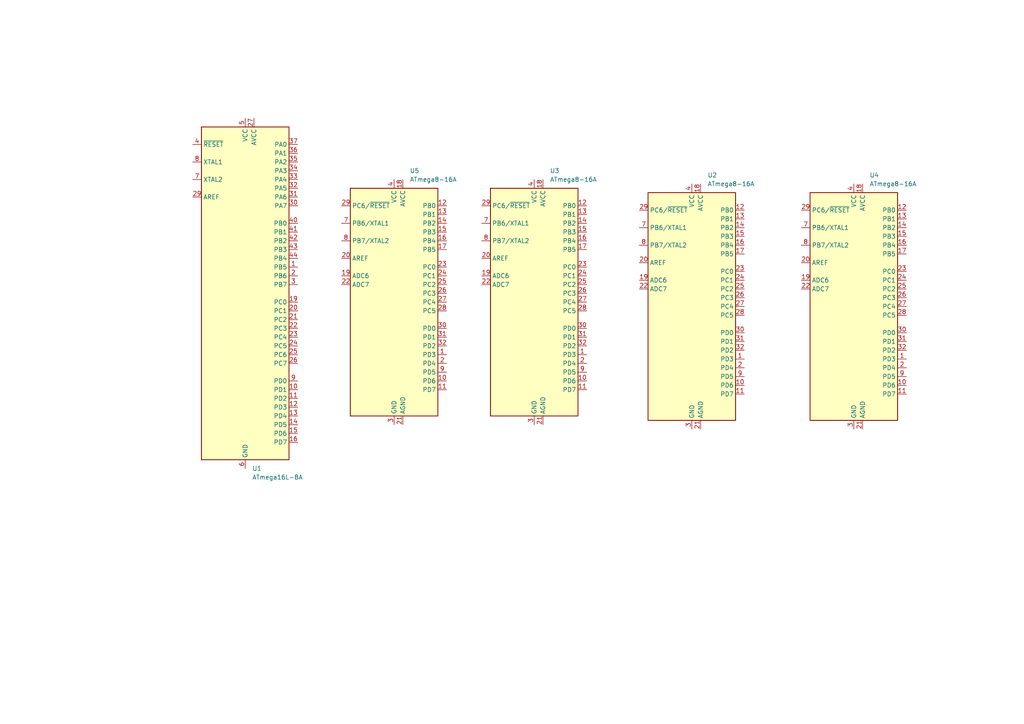
<source format=kicad_sch>
(kicad_sch (version 20211123) (generator eeschema)

  (uuid 930c235e-6286-47f1-a4ca-13457566c0e5)

  (paper "A4")

  (lib_symbols
    (symbol "MCU_Microchip_ATmega:ATmega16L-8A" (in_bom yes) (on_board yes)
      (property "Reference" "U" (id 0) (at -12.7 49.53 0)
        (effects (font (size 1.27 1.27)) (justify left bottom))
      )
      (property "Value" "ATmega16L-8A" (id 1) (at 2.54 -49.53 0)
        (effects (font (size 1.27 1.27)) (justify left top))
      )
      (property "Footprint" "Package_QFP:TQFP-44_10x10mm_P0.8mm" (id 2) (at 0 0 0)
        (effects (font (size 1.27 1.27) italic) hide)
      )
      (property "Datasheet" "http://ww1.microchip.com/downloads/en/DeviceDoc/doc2466.pdf" (id 3) (at 0 0 0)
        (effects (font (size 1.27 1.27)) hide)
      )
      (property "ki_keywords" "AVR 8bit Microcontroller MegaAVR" (id 4) (at 0 0 0)
        (effects (font (size 1.27 1.27)) hide)
      )
      (property "ki_description" "8MHz, 16kB Flash, 1kB SRAM, 512B EEPROM, JTAG, TQFP-44" (id 5) (at 0 0 0)
        (effects (font (size 1.27 1.27)) hide)
      )
      (property "ki_fp_filters" "TQFP*10x10mm*P0.8mm*" (id 6) (at 0 0 0)
        (effects (font (size 1.27 1.27)) hide)
      )
      (symbol "ATmega16L-8A_0_1"
        (rectangle (start -12.7 -48.26) (end 12.7 48.26)
          (stroke (width 0.254) (type default) (color 0 0 0 0))
          (fill (type background))
        )
      )
      (symbol "ATmega16L-8A_1_1"
        (pin bidirectional line (at 15.24 7.62 180) (length 2.54)
          (name "PB5" (effects (font (size 1.27 1.27))))
          (number "1" (effects (font (size 1.27 1.27))))
        )
        (pin bidirectional line (at 15.24 -27.94 180) (length 2.54)
          (name "PD1" (effects (font (size 1.27 1.27))))
          (number "10" (effects (font (size 1.27 1.27))))
        )
        (pin bidirectional line (at 15.24 -30.48 180) (length 2.54)
          (name "PD2" (effects (font (size 1.27 1.27))))
          (number "11" (effects (font (size 1.27 1.27))))
        )
        (pin bidirectional line (at 15.24 -33.02 180) (length 2.54)
          (name "PD3" (effects (font (size 1.27 1.27))))
          (number "12" (effects (font (size 1.27 1.27))))
        )
        (pin bidirectional line (at 15.24 -35.56 180) (length 2.54)
          (name "PD4" (effects (font (size 1.27 1.27))))
          (number "13" (effects (font (size 1.27 1.27))))
        )
        (pin bidirectional line (at 15.24 -38.1 180) (length 2.54)
          (name "PD5" (effects (font (size 1.27 1.27))))
          (number "14" (effects (font (size 1.27 1.27))))
        )
        (pin bidirectional line (at 15.24 -40.64 180) (length 2.54)
          (name "PD6" (effects (font (size 1.27 1.27))))
          (number "15" (effects (font (size 1.27 1.27))))
        )
        (pin bidirectional line (at 15.24 -43.18 180) (length 2.54)
          (name "PD7" (effects (font (size 1.27 1.27))))
          (number "16" (effects (font (size 1.27 1.27))))
        )
        (pin passive line (at 0 50.8 270) (length 2.54) hide
          (name "VCC" (effects (font (size 1.27 1.27))))
          (number "17" (effects (font (size 1.27 1.27))))
        )
        (pin passive line (at 0 -50.8 90) (length 2.54) hide
          (name "GND" (effects (font (size 1.27 1.27))))
          (number "18" (effects (font (size 1.27 1.27))))
        )
        (pin bidirectional line (at 15.24 -2.54 180) (length 2.54)
          (name "PC0" (effects (font (size 1.27 1.27))))
          (number "19" (effects (font (size 1.27 1.27))))
        )
        (pin bidirectional line (at 15.24 5.08 180) (length 2.54)
          (name "PB6" (effects (font (size 1.27 1.27))))
          (number "2" (effects (font (size 1.27 1.27))))
        )
        (pin bidirectional line (at 15.24 -5.08 180) (length 2.54)
          (name "PC1" (effects (font (size 1.27 1.27))))
          (number "20" (effects (font (size 1.27 1.27))))
        )
        (pin bidirectional line (at 15.24 -7.62 180) (length 2.54)
          (name "PC2" (effects (font (size 1.27 1.27))))
          (number "21" (effects (font (size 1.27 1.27))))
        )
        (pin bidirectional line (at 15.24 -10.16 180) (length 2.54)
          (name "PC3" (effects (font (size 1.27 1.27))))
          (number "22" (effects (font (size 1.27 1.27))))
        )
        (pin bidirectional line (at 15.24 -12.7 180) (length 2.54)
          (name "PC4" (effects (font (size 1.27 1.27))))
          (number "23" (effects (font (size 1.27 1.27))))
        )
        (pin bidirectional line (at 15.24 -15.24 180) (length 2.54)
          (name "PC5" (effects (font (size 1.27 1.27))))
          (number "24" (effects (font (size 1.27 1.27))))
        )
        (pin bidirectional line (at 15.24 -17.78 180) (length 2.54)
          (name "PC6" (effects (font (size 1.27 1.27))))
          (number "25" (effects (font (size 1.27 1.27))))
        )
        (pin bidirectional line (at 15.24 -20.32 180) (length 2.54)
          (name "PC7" (effects (font (size 1.27 1.27))))
          (number "26" (effects (font (size 1.27 1.27))))
        )
        (pin power_in line (at 2.54 50.8 270) (length 2.54)
          (name "AVCC" (effects (font (size 1.27 1.27))))
          (number "27" (effects (font (size 1.27 1.27))))
        )
        (pin passive line (at 0 -50.8 90) (length 2.54) hide
          (name "GND" (effects (font (size 1.27 1.27))))
          (number "28" (effects (font (size 1.27 1.27))))
        )
        (pin passive line (at -15.24 27.94 0) (length 2.54)
          (name "AREF" (effects (font (size 1.27 1.27))))
          (number "29" (effects (font (size 1.27 1.27))))
        )
        (pin bidirectional line (at 15.24 2.54 180) (length 2.54)
          (name "PB7" (effects (font (size 1.27 1.27))))
          (number "3" (effects (font (size 1.27 1.27))))
        )
        (pin bidirectional line (at 15.24 25.4 180) (length 2.54)
          (name "PA7" (effects (font (size 1.27 1.27))))
          (number "30" (effects (font (size 1.27 1.27))))
        )
        (pin bidirectional line (at 15.24 27.94 180) (length 2.54)
          (name "PA6" (effects (font (size 1.27 1.27))))
          (number "31" (effects (font (size 1.27 1.27))))
        )
        (pin bidirectional line (at 15.24 30.48 180) (length 2.54)
          (name "PA5" (effects (font (size 1.27 1.27))))
          (number "32" (effects (font (size 1.27 1.27))))
        )
        (pin bidirectional line (at 15.24 33.02 180) (length 2.54)
          (name "PA4" (effects (font (size 1.27 1.27))))
          (number "33" (effects (font (size 1.27 1.27))))
        )
        (pin bidirectional line (at 15.24 35.56 180) (length 2.54)
          (name "PA3" (effects (font (size 1.27 1.27))))
          (number "34" (effects (font (size 1.27 1.27))))
        )
        (pin bidirectional line (at 15.24 38.1 180) (length 2.54)
          (name "PA2" (effects (font (size 1.27 1.27))))
          (number "35" (effects (font (size 1.27 1.27))))
        )
        (pin bidirectional line (at 15.24 40.64 180) (length 2.54)
          (name "PA1" (effects (font (size 1.27 1.27))))
          (number "36" (effects (font (size 1.27 1.27))))
        )
        (pin bidirectional line (at 15.24 43.18 180) (length 2.54)
          (name "PA0" (effects (font (size 1.27 1.27))))
          (number "37" (effects (font (size 1.27 1.27))))
        )
        (pin passive line (at 0 50.8 270) (length 2.54) hide
          (name "VCC" (effects (font (size 1.27 1.27))))
          (number "38" (effects (font (size 1.27 1.27))))
        )
        (pin passive line (at 0 -50.8 90) (length 2.54) hide
          (name "GND" (effects (font (size 1.27 1.27))))
          (number "39" (effects (font (size 1.27 1.27))))
        )
        (pin input line (at -15.24 43.18 0) (length 2.54)
          (name "~{RESET}" (effects (font (size 1.27 1.27))))
          (number "4" (effects (font (size 1.27 1.27))))
        )
        (pin bidirectional line (at 15.24 20.32 180) (length 2.54)
          (name "PB0" (effects (font (size 1.27 1.27))))
          (number "40" (effects (font (size 1.27 1.27))))
        )
        (pin bidirectional line (at 15.24 17.78 180) (length 2.54)
          (name "PB1" (effects (font (size 1.27 1.27))))
          (number "41" (effects (font (size 1.27 1.27))))
        )
        (pin bidirectional line (at 15.24 15.24 180) (length 2.54)
          (name "PB2" (effects (font (size 1.27 1.27))))
          (number "42" (effects (font (size 1.27 1.27))))
        )
        (pin bidirectional line (at 15.24 12.7 180) (length 2.54)
          (name "PB3" (effects (font (size 1.27 1.27))))
          (number "43" (effects (font (size 1.27 1.27))))
        )
        (pin bidirectional line (at 15.24 10.16 180) (length 2.54)
          (name "PB4" (effects (font (size 1.27 1.27))))
          (number "44" (effects (font (size 1.27 1.27))))
        )
        (pin power_in line (at 0 50.8 270) (length 2.54)
          (name "VCC" (effects (font (size 1.27 1.27))))
          (number "5" (effects (font (size 1.27 1.27))))
        )
        (pin power_in line (at 0 -50.8 90) (length 2.54)
          (name "GND" (effects (font (size 1.27 1.27))))
          (number "6" (effects (font (size 1.27 1.27))))
        )
        (pin output line (at -15.24 33.02 0) (length 2.54)
          (name "XTAL2" (effects (font (size 1.27 1.27))))
          (number "7" (effects (font (size 1.27 1.27))))
        )
        (pin input line (at -15.24 38.1 0) (length 2.54)
          (name "XTAL1" (effects (font (size 1.27 1.27))))
          (number "8" (effects (font (size 1.27 1.27))))
        )
        (pin bidirectional line (at 15.24 -25.4 180) (length 2.54)
          (name "PD0" (effects (font (size 1.27 1.27))))
          (number "9" (effects (font (size 1.27 1.27))))
        )
      )
    )
    (symbol "MCU_Microchip_ATmega:ATmega8-16A" (in_bom yes) (on_board yes)
      (property "Reference" "U" (id 0) (at -12.7 34.29 0)
        (effects (font (size 1.27 1.27)) (justify left bottom))
      )
      (property "Value" "ATmega8-16A" (id 1) (at 5.08 -34.29 0)
        (effects (font (size 1.27 1.27)) (justify left top))
      )
      (property "Footprint" "Package_QFP:TQFP-32_7x7mm_P0.8mm" (id 2) (at 0 0 0)
        (effects (font (size 1.27 1.27) italic) hide)
      )
      (property "Datasheet" "http://ww1.microchip.com/downloads/en/DeviceDoc/atmel-2486-8-bit-avr-microcontroller-atmega8_l_datasheet.pdf" (id 3) (at 0 0 0)
        (effects (font (size 1.27 1.27)) hide)
      )
      (property "ki_keywords" "AVR 8bit Microcontroller MegaAVR" (id 4) (at 0 0 0)
        (effects (font (size 1.27 1.27)) hide)
      )
      (property "ki_description" "16MHz, 8kB Flash, 1kB SRAM, 512B EEPROM, TQFP-32" (id 5) (at 0 0 0)
        (effects (font (size 1.27 1.27)) hide)
      )
      (property "ki_fp_filters" "TQFP*7x7mm*P0.8mm*" (id 6) (at 0 0 0)
        (effects (font (size 1.27 1.27)) hide)
      )
      (symbol "ATmega8-16A_0_1"
        (rectangle (start -12.7 -33.02) (end 12.7 33.02)
          (stroke (width 0.254) (type default) (color 0 0 0 0))
          (fill (type background))
        )
      )
      (symbol "ATmega8-16A_1_1"
        (pin bidirectional line (at 15.24 -15.24 180) (length 2.54)
          (name "PD3" (effects (font (size 1.27 1.27))))
          (number "1" (effects (font (size 1.27 1.27))))
        )
        (pin bidirectional line (at 15.24 -22.86 180) (length 2.54)
          (name "PD6" (effects (font (size 1.27 1.27))))
          (number "10" (effects (font (size 1.27 1.27))))
        )
        (pin bidirectional line (at 15.24 -25.4 180) (length 2.54)
          (name "PD7" (effects (font (size 1.27 1.27))))
          (number "11" (effects (font (size 1.27 1.27))))
        )
        (pin bidirectional line (at 15.24 27.94 180) (length 2.54)
          (name "PB0" (effects (font (size 1.27 1.27))))
          (number "12" (effects (font (size 1.27 1.27))))
        )
        (pin bidirectional line (at 15.24 25.4 180) (length 2.54)
          (name "PB1" (effects (font (size 1.27 1.27))))
          (number "13" (effects (font (size 1.27 1.27))))
        )
        (pin bidirectional line (at 15.24 22.86 180) (length 2.54)
          (name "PB2" (effects (font (size 1.27 1.27))))
          (number "14" (effects (font (size 1.27 1.27))))
        )
        (pin bidirectional line (at 15.24 20.32 180) (length 2.54)
          (name "PB3" (effects (font (size 1.27 1.27))))
          (number "15" (effects (font (size 1.27 1.27))))
        )
        (pin bidirectional line (at 15.24 17.78 180) (length 2.54)
          (name "PB4" (effects (font (size 1.27 1.27))))
          (number "16" (effects (font (size 1.27 1.27))))
        )
        (pin bidirectional line (at 15.24 15.24 180) (length 2.54)
          (name "PB5" (effects (font (size 1.27 1.27))))
          (number "17" (effects (font (size 1.27 1.27))))
        )
        (pin power_in line (at 2.54 35.56 270) (length 2.54)
          (name "AVCC" (effects (font (size 1.27 1.27))))
          (number "18" (effects (font (size 1.27 1.27))))
        )
        (pin input line (at -15.24 7.62 0) (length 2.54)
          (name "ADC6" (effects (font (size 1.27 1.27))))
          (number "19" (effects (font (size 1.27 1.27))))
        )
        (pin bidirectional line (at 15.24 -17.78 180) (length 2.54)
          (name "PD4" (effects (font (size 1.27 1.27))))
          (number "2" (effects (font (size 1.27 1.27))))
        )
        (pin passive line (at -15.24 12.7 0) (length 2.54)
          (name "AREF" (effects (font (size 1.27 1.27))))
          (number "20" (effects (font (size 1.27 1.27))))
        )
        (pin power_in line (at 2.54 -35.56 90) (length 2.54)
          (name "AGND" (effects (font (size 1.27 1.27))))
          (number "21" (effects (font (size 1.27 1.27))))
        )
        (pin input line (at -15.24 5.08 0) (length 2.54)
          (name "ADC7" (effects (font (size 1.27 1.27))))
          (number "22" (effects (font (size 1.27 1.27))))
        )
        (pin bidirectional line (at 15.24 10.16 180) (length 2.54)
          (name "PC0" (effects (font (size 1.27 1.27))))
          (number "23" (effects (font (size 1.27 1.27))))
        )
        (pin bidirectional line (at 15.24 7.62 180) (length 2.54)
          (name "PC1" (effects (font (size 1.27 1.27))))
          (number "24" (effects (font (size 1.27 1.27))))
        )
        (pin bidirectional line (at 15.24 5.08 180) (length 2.54)
          (name "PC2" (effects (font (size 1.27 1.27))))
          (number "25" (effects (font (size 1.27 1.27))))
        )
        (pin bidirectional line (at 15.24 2.54 180) (length 2.54)
          (name "PC3" (effects (font (size 1.27 1.27))))
          (number "26" (effects (font (size 1.27 1.27))))
        )
        (pin bidirectional line (at 15.24 0 180) (length 2.54)
          (name "PC4" (effects (font (size 1.27 1.27))))
          (number "27" (effects (font (size 1.27 1.27))))
        )
        (pin bidirectional line (at 15.24 -2.54 180) (length 2.54)
          (name "PC5" (effects (font (size 1.27 1.27))))
          (number "28" (effects (font (size 1.27 1.27))))
        )
        (pin bidirectional line (at -15.24 27.94 0) (length 2.54)
          (name "PC6/~{RESET}" (effects (font (size 1.27 1.27))))
          (number "29" (effects (font (size 1.27 1.27))))
        )
        (pin power_in line (at 0 -35.56 90) (length 2.54)
          (name "GND" (effects (font (size 1.27 1.27))))
          (number "3" (effects (font (size 1.27 1.27))))
        )
        (pin bidirectional line (at 15.24 -7.62 180) (length 2.54)
          (name "PD0" (effects (font (size 1.27 1.27))))
          (number "30" (effects (font (size 1.27 1.27))))
        )
        (pin bidirectional line (at 15.24 -10.16 180) (length 2.54)
          (name "PD1" (effects (font (size 1.27 1.27))))
          (number "31" (effects (font (size 1.27 1.27))))
        )
        (pin bidirectional line (at 15.24 -12.7 180) (length 2.54)
          (name "PD2" (effects (font (size 1.27 1.27))))
          (number "32" (effects (font (size 1.27 1.27))))
        )
        (pin power_in line (at 0 35.56 270) (length 2.54)
          (name "VCC" (effects (font (size 1.27 1.27))))
          (number "4" (effects (font (size 1.27 1.27))))
        )
        (pin passive line (at 0 -35.56 90) (length 2.54) hide
          (name "GND" (effects (font (size 1.27 1.27))))
          (number "5" (effects (font (size 1.27 1.27))))
        )
        (pin passive line (at 0 35.56 270) (length 2.54) hide
          (name "VCC" (effects (font (size 1.27 1.27))))
          (number "6" (effects (font (size 1.27 1.27))))
        )
        (pin bidirectional line (at -15.24 22.86 0) (length 2.54)
          (name "PB6/XTAL1" (effects (font (size 1.27 1.27))))
          (number "7" (effects (font (size 1.27 1.27))))
        )
        (pin bidirectional line (at -15.24 17.78 0) (length 2.54)
          (name "PB7/XTAL2" (effects (font (size 1.27 1.27))))
          (number "8" (effects (font (size 1.27 1.27))))
        )
        (pin bidirectional line (at 15.24 -20.32 180) (length 2.54)
          (name "PD5" (effects (font (size 1.27 1.27))))
          (number "9" (effects (font (size 1.27 1.27))))
        )
      )
    )
  )


  (symbol (lib_id "MCU_Microchip_ATmega:ATmega8-16A") (at 154.94 87.63 0) (unit 1)
    (in_bom yes) (on_board yes) (fields_autoplaced)
    (uuid a7474c8a-83f9-4fff-9798-0bbeb7f44573)
    (property "Reference" "U3" (id 0) (at 159.4994 49.53 0)
      (effects (font (size 1.27 1.27)) (justify left))
    )
    (property "Value" "ATmega8-16A" (id 1) (at 159.4994 52.07 0)
      (effects (font (size 1.27 1.27)) (justify left))
    )
    (property "Footprint" "Package_QFP:TQFP-32_7x7mm_P0.8mm" (id 2) (at 154.94 87.63 0)
      (effects (font (size 1.27 1.27) italic) hide)
    )
    (property "Datasheet" "http://ww1.microchip.com/downloads/en/DeviceDoc/atmel-2486-8-bit-avr-microcontroller-atmega8_l_datasheet.pdf" (id 3) (at 154.94 87.63 0)
      (effects (font (size 1.27 1.27)) hide)
    )
    (pin "1" (uuid b34f25ff-a06f-4642-b532-70a46bd7eebb))
    (pin "10" (uuid eeb3c93c-32ad-4562-9703-1e2c0df92b26))
    (pin "11" (uuid 06e14c40-53fb-47ab-9641-99e4e176132e))
    (pin "12" (uuid 6efcf254-cd76-4400-a704-dd23a3ca15a7))
    (pin "13" (uuid 5906709b-816b-4b6d-8869-3d807b29d65d))
    (pin "14" (uuid 9c69e7a2-b14f-42c8-bcdf-4638b0434615))
    (pin "15" (uuid 655b30f3-98ef-4eef-90de-a1bd009cd64a))
    (pin "16" (uuid 19a5aba3-832f-4bff-ba00-372852b11175))
    (pin "17" (uuid 4fb3bd0f-a499-4d1a-bc19-7c760b2e7b67))
    (pin "18" (uuid 6a1da2d5-844a-4382-b3b0-aaf2a1f72f78))
    (pin "19" (uuid 759758f6-7f2e-48e2-a48e-7ddd3645b4a5))
    (pin "2" (uuid d8dc9bc6-6390-41f0-bfc8-ab46930d07fa))
    (pin "20" (uuid eb719966-f6e2-4529-b29c-0fe442bdbdd4))
    (pin "21" (uuid 448e9d28-6dfa-40d4-b97b-0b4e20ea79c6))
    (pin "22" (uuid dcb34ad7-8103-44ce-8fe1-aa149f54b266))
    (pin "23" (uuid 8ccf22a0-d09f-43e7-a9a0-63d288ff9446))
    (pin "24" (uuid b2f5f8f1-05f8-4070-9a03-681f992c462d))
    (pin "25" (uuid dfe5b9d2-fa59-40af-8ee3-9335ff9b7ac8))
    (pin "26" (uuid decccb30-80aa-452a-9e59-415758811463))
    (pin "27" (uuid 0495ec0e-2212-4b7b-b49c-3906e3965627))
    (pin "28" (uuid 58f4cd7b-de1b-4a44-9412-e06bd1f4c78a))
    (pin "29" (uuid edea2f1d-d26a-4be3-b132-bc6069075891))
    (pin "3" (uuid 73269b50-6654-472c-ac5a-14c9ec6774ec))
    (pin "30" (uuid cfb521c3-1836-4969-9184-839cd1c95310))
    (pin "31" (uuid aae08434-d4be-4b82-992d-603f7f7d0cb0))
    (pin "32" (uuid 0c0ac140-8540-49f7-92bf-981117601012))
    (pin "4" (uuid bda2e589-095d-4f8e-9f0c-61cca66f7427))
    (pin "5" (uuid 338873b9-7107-422a-85e8-e0cf345c8c79))
    (pin "6" (uuid 13d12b73-475d-41bb-89cc-764a7fc4ca16))
    (pin "7" (uuid 57b6c8d3-5880-4a8c-9b4c-a009684e8baa))
    (pin "8" (uuid 94726612-5fbe-4288-975f-41dbadc87889))
    (pin "9" (uuid 2db45421-6e82-4f97-b6b4-08ce10c5d324))
  )

  (symbol (lib_id "MCU_Microchip_ATmega:ATmega8-16A") (at 247.65 88.9 0) (unit 1)
    (in_bom yes) (on_board yes) (fields_autoplaced)
    (uuid b063d6b4-3b98-4b94-a325-769d0a01028a)
    (property "Reference" "U4" (id 0) (at 252.2094 50.8 0)
      (effects (font (size 1.27 1.27)) (justify left))
    )
    (property "Value" "ATmega8-16A" (id 1) (at 252.2094 53.34 0)
      (effects (font (size 1.27 1.27)) (justify left))
    )
    (property "Footprint" "Package_QFP:TQFP-32_7x7mm_P0.8mm" (id 2) (at 247.65 88.9 0)
      (effects (font (size 1.27 1.27) italic) hide)
    )
    (property "Datasheet" "http://ww1.microchip.com/downloads/en/DeviceDoc/atmel-2486-8-bit-avr-microcontroller-atmega8_l_datasheet.pdf" (id 3) (at 247.65 88.9 0)
      (effects (font (size 1.27 1.27)) hide)
    )
    (pin "1" (uuid f029b2f6-4787-4677-a00a-8943007ed15e))
    (pin "10" (uuid e46070f7-9b12-48f4-a1b9-17dcbdec9a70))
    (pin "11" (uuid c6462fa4-7376-48a7-be9a-a542e554efe2))
    (pin "12" (uuid 074f9f1e-09af-4d74-b01b-4627643f6861))
    (pin "13" (uuid 352d1cf8-3429-463c-8def-bc75b97ab98c))
    (pin "14" (uuid 9a60ce1d-95fc-4f6e-bfa6-59609482f62e))
    (pin "15" (uuid 394615c0-3b6d-4553-bf78-e57bacabcd99))
    (pin "16" (uuid 1ba12beb-eabe-40b5-beb9-d1f4a50b22eb))
    (pin "17" (uuid ab0d1a0d-4eb3-48c1-9c76-789166edff9f))
    (pin "18" (uuid 38a43e29-e1ff-4103-afcb-e1426cb42894))
    (pin "19" (uuid cb91fd99-c6a9-4d43-96b3-819b81c7f6a6))
    (pin "2" (uuid 95c3ba4b-b5df-4be2-b826-bb317b295839))
    (pin "20" (uuid aea52660-7e74-4f83-8560-77252e3e1980))
    (pin "21" (uuid ac87f398-3e75-4ce7-8c94-212a26130ee4))
    (pin "22" (uuid 140922f2-f289-4f5b-be1a-a96006b63050))
    (pin "23" (uuid c369108b-5b63-46d1-b2e7-de03dba21c08))
    (pin "24" (uuid b60a43c2-4293-44f8-81d7-52288bf32a59))
    (pin "25" (uuid 3e0e8e8c-4e65-4f5f-b3ca-7055bc141de4))
    (pin "26" (uuid cce43eab-de89-4cb1-bcb2-fd1a7c835810))
    (pin "27" (uuid a86fcd15-1259-4e93-8e05-d10680550703))
    (pin "28" (uuid 6fff183b-9ee6-4a9b-80dd-eb858284e919))
    (pin "29" (uuid b507a0c4-26ce-44c7-a6a7-8cdfbdac484a))
    (pin "3" (uuid 0028e103-e426-420d-9ba4-0a16c2978029))
    (pin "30" (uuid 72cdd298-5120-447c-8c42-d8d200f6972f))
    (pin "31" (uuid a5636229-7a5f-441f-bdad-b7d8d64e68c3))
    (pin "32" (uuid 558ee557-1e8d-442f-a297-84763881a6fe))
    (pin "4" (uuid da622ced-5809-4d3c-9634-08a76dcce2f4))
    (pin "5" (uuid 6ce16f04-576f-4457-88a6-b5912f216545))
    (pin "6" (uuid 325bb682-86b5-45c4-9157-d9d95960daa4))
    (pin "7" (uuid fee183a8-0d9c-4edc-9098-e10230173e97))
    (pin "8" (uuid 80191e3f-8e69-4c79-9637-ea2be453bd80))
    (pin "9" (uuid 2094ce10-b76a-420c-a149-14bf64a53c6e))
  )

  (symbol (lib_id "MCU_Microchip_ATmega:ATmega8-16A") (at 114.3 87.63 0) (unit 1)
    (in_bom yes) (on_board yes) (fields_autoplaced)
    (uuid b187b44e-f1d7-45bb-b1ed-7975c6de507b)
    (property "Reference" "U5" (id 0) (at 118.8594 49.53 0)
      (effects (font (size 1.27 1.27)) (justify left))
    )
    (property "Value" "ATmega8-16A" (id 1) (at 118.8594 52.07 0)
      (effects (font (size 1.27 1.27)) (justify left))
    )
    (property "Footprint" "Package_QFP:TQFP-32_7x7mm_P0.8mm" (id 2) (at 114.3 87.63 0)
      (effects (font (size 1.27 1.27) italic) hide)
    )
    (property "Datasheet" "http://ww1.microchip.com/downloads/en/DeviceDoc/atmel-2486-8-bit-avr-microcontroller-atmega8_l_datasheet.pdf" (id 3) (at 114.3 87.63 0)
      (effects (font (size 1.27 1.27)) hide)
    )
    (pin "1" (uuid 8421c75f-797a-45de-888a-d41847d52bf8))
    (pin "10" (uuid 1d6024d0-ef4c-4106-a6d6-7a6c654dd022))
    (pin "11" (uuid ab1f2374-38f7-4455-aefe-45f034cff1a3))
    (pin "12" (uuid c573ebdb-576a-44e1-a02d-5ed854060046))
    (pin "13" (uuid 635426e7-dc4f-4d3e-8600-dccbaf600c12))
    (pin "14" (uuid d119e671-a0f5-4167-972d-5c1f4237add3))
    (pin "15" (uuid 16249d9a-a205-4bc1-9777-cf60a7945179))
    (pin "16" (uuid e45a3a3e-bbeb-4961-af8b-b762f1ea93f7))
    (pin "17" (uuid 8722f1e5-2d35-4105-ae79-59bd9628c377))
    (pin "18" (uuid 92793ad1-75de-4989-9893-83a562840f2a))
    (pin "19" (uuid 26cd5ebe-4798-4569-8634-71ceee42915e))
    (pin "2" (uuid e30fb54e-56f3-47c6-a665-216fe37783cb))
    (pin "20" (uuid fe4f95a3-a6b7-4048-87eb-0d162f2ff53d))
    (pin "21" (uuid 8057fbfc-a533-4352-afdc-e5b1db773c23))
    (pin "22" (uuid 3175025d-e54f-49d4-abf4-543860269a06))
    (pin "23" (uuid 2730d32e-eb3b-4686-bb7a-6fa47200919e))
    (pin "24" (uuid e0a7d530-89d0-43ae-a28f-4e9625263b58))
    (pin "25" (uuid a551a3f4-5a56-4df2-8832-bd0ebc0434c8))
    (pin "26" (uuid ab80bfc0-ca4d-4c48-a2ed-bcde16098d53))
    (pin "27" (uuid 8d8c5987-e827-4b63-8d85-395a774bc088))
    (pin "28" (uuid 51ba4d64-13f7-46b6-9043-1f69b939cf3e))
    (pin "29" (uuid ed733fc0-49c8-4060-b3c2-f0220ce1b9af))
    (pin "3" (uuid 9fbf10e1-c269-40f4-8f74-434df00574f4))
    (pin "30" (uuid 605d4b5d-48fe-43fd-9aaa-0436d3e33082))
    (pin "31" (uuid b7b50560-d26b-47da-b798-4d87d585baa2))
    (pin "32" (uuid e0efe2b9-9fde-48a3-8863-53cb022cb992))
    (pin "4" (uuid 8104e70d-c36c-46f1-948e-d6d4452bb509))
    (pin "5" (uuid bfb41caf-4d41-464f-b49c-de46236e7567))
    (pin "6" (uuid 1b66d9d2-091b-467e-89f6-b2808c9b2eee))
    (pin "7" (uuid a7a1dea0-4cd5-4188-9fab-071cab2470cb))
    (pin "8" (uuid ce11fcd4-289e-4f3d-b98f-ac441e5226b2))
    (pin "9" (uuid 6615880f-aafc-4ceb-b2b8-7a042f19c0fa))
  )

  (symbol (lib_id "MCU_Microchip_ATmega:ATmega16L-8A") (at 71.12 85.09 0) (unit 1)
    (in_bom yes) (on_board yes) (fields_autoplaced)
    (uuid bd0cdab4-94d4-426a-96b9-513c997a6390)
    (property "Reference" "U1" (id 0) (at 73.1394 135.89 0)
      (effects (font (size 1.27 1.27)) (justify left))
    )
    (property "Value" "ATmega16L-8A" (id 1) (at 73.1394 138.43 0)
      (effects (font (size 1.27 1.27)) (justify left))
    )
    (property "Footprint" "Package_QFP:TQFP-44_10x10mm_P0.8mm" (id 2) (at 71.12 85.09 0)
      (effects (font (size 1.27 1.27) italic) hide)
    )
    (property "Datasheet" "http://ww1.microchip.com/downloads/en/DeviceDoc/doc2466.pdf" (id 3) (at 71.12 85.09 0)
      (effects (font (size 1.27 1.27)) hide)
    )
    (pin "1" (uuid 33820dd2-15ef-44e5-bdd3-283e45c4ce3e))
    (pin "10" (uuid 4ddc4522-72d8-4be0-8fe7-1684d88b0be4))
    (pin "11" (uuid 16c41069-043d-4133-a90f-964aff71757c))
    (pin "12" (uuid 31f2e35e-e884-4fa5-ad69-6dbeade6a2c4))
    (pin "13" (uuid 1dfbfab8-011d-46f3-be96-4ae62321d1e0))
    (pin "14" (uuid ddb6c871-efb0-4d66-9392-05e4e2b6568f))
    (pin "15" (uuid 064dfec1-0d61-4d47-a269-b1bf3d21679f))
    (pin "16" (uuid 46d8fd31-cbb0-4533-88e5-403d9b20bec3))
    (pin "17" (uuid c53d9490-cafb-4279-9ea1-88cb94190d9e))
    (pin "18" (uuid 97e0e11d-5892-4b38-ac78-5b33b9cf24d9))
    (pin "19" (uuid 8f891276-c968-4638-b9a9-17eedb2d8f2b))
    (pin "2" (uuid 4ad76721-3eac-40e1-8b2b-4edf544aa5f7))
    (pin "20" (uuid 9f11699a-a601-443d-8d6e-54d6e7d78d67))
    (pin "21" (uuid d223a6b7-2f2e-46df-a8c7-fd566807278e))
    (pin "22" (uuid 573a60d2-d146-4d27-b946-8300b2261260))
    (pin "23" (uuid 45defc90-fb5c-4623-bd35-7b158016dbfb))
    (pin "24" (uuid 551fdd1e-285b-4a22-aa20-f271d15db020))
    (pin "25" (uuid 3f76bf8c-175d-4761-ad14-0e43e6f65931))
    (pin "26" (uuid 2e58a919-81b8-4b44-a853-e1b87104762e))
    (pin "27" (uuid 725f2074-0633-4d37-8479-4d0588f9f570))
    (pin "28" (uuid fb91e572-7254-4d44-a355-7d4a603f54d1))
    (pin "29" (uuid 71ffcb24-8797-40b6-bdea-29f36fa27f54))
    (pin "3" (uuid 3648c29c-a037-4967-850c-f9808488c6b4))
    (pin "30" (uuid 1cf2b537-0d65-4e64-9066-041758bbae12))
    (pin "31" (uuid c6a67613-42bd-4bf8-a305-b61e328a2f1f))
    (pin "32" (uuid 82672f6d-b91e-4fbe-a407-4e070c467614))
    (pin "33" (uuid 330b4730-5f32-4fdc-bad3-f5a3ba024485))
    (pin "34" (uuid 3ca509a2-da11-490d-986d-1720fcc3165a))
    (pin "35" (uuid 2ddd22eb-bf07-4ef3-aba6-80d0060364e5))
    (pin "36" (uuid 8e875081-b3e2-4809-8ba6-dbe86c382fb5))
    (pin "37" (uuid 5e0305a7-d5ae-4137-ab8e-af2ad5522a93))
    (pin "38" (uuid e6812e24-de74-4dc1-bc17-402893c97e7e))
    (pin "39" (uuid 5a08b295-7937-4927-836d-0b960f0b2b6a))
    (pin "4" (uuid 1e511dde-501b-4395-bea9-52c0beea7bb4))
    (pin "40" (uuid a81b5287-7567-4dcc-8ae2-d67e05c90106))
    (pin "41" (uuid 72988eb2-a6fa-4f6f-bd48-0288ba925bd3))
    (pin "42" (uuid 13311603-8b1b-4e6e-8f37-a4def1dd2686))
    (pin "43" (uuid 95cc8c86-b20a-4496-ab15-f13478aa9ad9))
    (pin "44" (uuid 8d152cca-f441-4f71-9136-bd26f5264f59))
    (pin "5" (uuid b326c4e8-7d49-4095-90af-5521187478ab))
    (pin "6" (uuid 5f92c549-a8c8-442c-83b5-6f62819ed9a5))
    (pin "7" (uuid 769e5bfb-30bc-4b04-8bf7-455264e29b5e))
    (pin "8" (uuid 4713a2bb-78d8-49d9-8a61-81b71c62c55e))
    (pin "9" (uuid 4ad972f7-28c7-44ea-afac-7393b6431c3b))
  )

  (symbol (lib_id "MCU_Microchip_ATmega:ATmega8-16A") (at 200.66 88.9 0) (unit 1)
    (in_bom yes) (on_board yes) (fields_autoplaced)
    (uuid fd8ae17e-0d86-4d43-9634-802d234c5ff3)
    (property "Reference" "U2" (id 0) (at 205.2194 50.8 0)
      (effects (font (size 1.27 1.27)) (justify left))
    )
    (property "Value" "ATmega8-16A" (id 1) (at 205.2194 53.34 0)
      (effects (font (size 1.27 1.27)) (justify left))
    )
    (property "Footprint" "Package_QFP:TQFP-32_7x7mm_P0.8mm" (id 2) (at 200.66 88.9 0)
      (effects (font (size 1.27 1.27) italic) hide)
    )
    (property "Datasheet" "http://ww1.microchip.com/downloads/en/DeviceDoc/atmel-2486-8-bit-avr-microcontroller-atmega8_l_datasheet.pdf" (id 3) (at 200.66 88.9 0)
      (effects (font (size 1.27 1.27)) hide)
    )
    (pin "1" (uuid e176b248-235c-4834-a971-3699442d747d))
    (pin "10" (uuid dc4f0d62-7e95-4625-b1be-84419ecfa91c))
    (pin "11" (uuid 4f1908f1-62a7-461b-8349-7f04dc471178))
    (pin "12" (uuid f7547604-2ac7-4621-ba23-d7f0df9e0dfa))
    (pin "13" (uuid 2e789880-be5b-428d-98db-66c660ccecc3))
    (pin "14" (uuid 567132be-7199-415d-b462-5541af8f45bb))
    (pin "15" (uuid d1fbf5e4-d3b6-481c-85a6-c169afbf9f47))
    (pin "16" (uuid 8c58e11e-b4a3-4467-b003-dd4d7c263bb2))
    (pin "17" (uuid 57edf4e9-aec8-4c3a-9b80-7eeaefd20a50))
    (pin "18" (uuid 6f7f7491-3531-4adf-b6c5-409bc74fd4db))
    (pin "19" (uuid 09b62a0c-3679-4c16-ba24-006da71ddb0a))
    (pin "2" (uuid 31c272a1-3e4b-4ced-9ea1-b7933c5505a9))
    (pin "20" (uuid 7570b399-6a8e-443b-98f6-b26dba5c4507))
    (pin "21" (uuid 5c575722-8fdd-4860-9ff5-92fc6feabe79))
    (pin "22" (uuid d59cc3d2-2798-487c-ac08-418bf0e6c3c9))
    (pin "23" (uuid 5a31dcb5-50ec-41c1-84e6-60c62171b234))
    (pin "24" (uuid 6e219e58-0929-4110-8a22-93d2ebecfe49))
    (pin "25" (uuid 7e5d943f-6b4f-4a1d-9b0a-faa162aa131d))
    (pin "26" (uuid 5d26d6e2-2c30-4bb0-85a5-544e30e205e1))
    (pin "27" (uuid f58d7e40-0f1e-47b4-90bb-a6591c7851d1))
    (pin "28" (uuid 99590f8c-1d7b-4377-94b1-a41722971f4e))
    (pin "29" (uuid ccb254b5-f6f2-4b80-8d2c-fc04df8271ac))
    (pin "3" (uuid ccd5448c-698f-4818-9054-e5cc5b25e92e))
    (pin "30" (uuid 9355e0d8-b7aa-4742-a7e9-8aa5f4c358b1))
    (pin "31" (uuid aa8884e4-0a83-471f-b00e-586a8d865cea))
    (pin "32" (uuid ee662ecc-86b2-4484-b1cc-c921e22c081e))
    (pin "4" (uuid d5b8b4d5-a221-46a2-8d10-44dab94c45d3))
    (pin "5" (uuid 4e07511a-0859-407d-b734-106035c89d4c))
    (pin "6" (uuid cdc5c845-8e83-4d4d-8286-713114664965))
    (pin "7" (uuid cbd9db9c-6ce7-47ef-b7ce-3e7ced66580f))
    (pin "8" (uuid d2790351-cd15-4268-bed6-fbb2e2e60e3f))
    (pin "9" (uuid da0626f1-fa09-4aff-a7e1-8a6a5e9c7b2b))
  )

  (sheet_instances
    (path "/" (page "1"))
  )

  (symbol_instances
    (path "/bd0cdab4-94d4-426a-96b9-513c997a6390"
      (reference "U1") (unit 1) (value "ATmega16L-8A") (footprint "Package_QFP:TQFP-44_10x10mm_P0.8mm")
    )
    (path "/fd8ae17e-0d86-4d43-9634-802d234c5ff3"
      (reference "U2") (unit 1) (value "ATmega8-16A") (footprint "Package_QFP:TQFP-32_7x7mm_P0.8mm")
    )
    (path "/a7474c8a-83f9-4fff-9798-0bbeb7f44573"
      (reference "U3") (unit 1) (value "ATmega8-16A") (footprint "Package_QFP:TQFP-32_7x7mm_P0.8mm")
    )
    (path "/b063d6b4-3b98-4b94-a325-769d0a01028a"
      (reference "U4") (unit 1) (value "ATmega8-16A") (footprint "Package_QFP:TQFP-32_7x7mm_P0.8mm")
    )
    (path "/b187b44e-f1d7-45bb-b1ed-7975c6de507b"
      (reference "U5") (unit 1) (value "ATmega8-16A") (footprint "Package_QFP:TQFP-32_7x7mm_P0.8mm")
    )
  )
)

</source>
